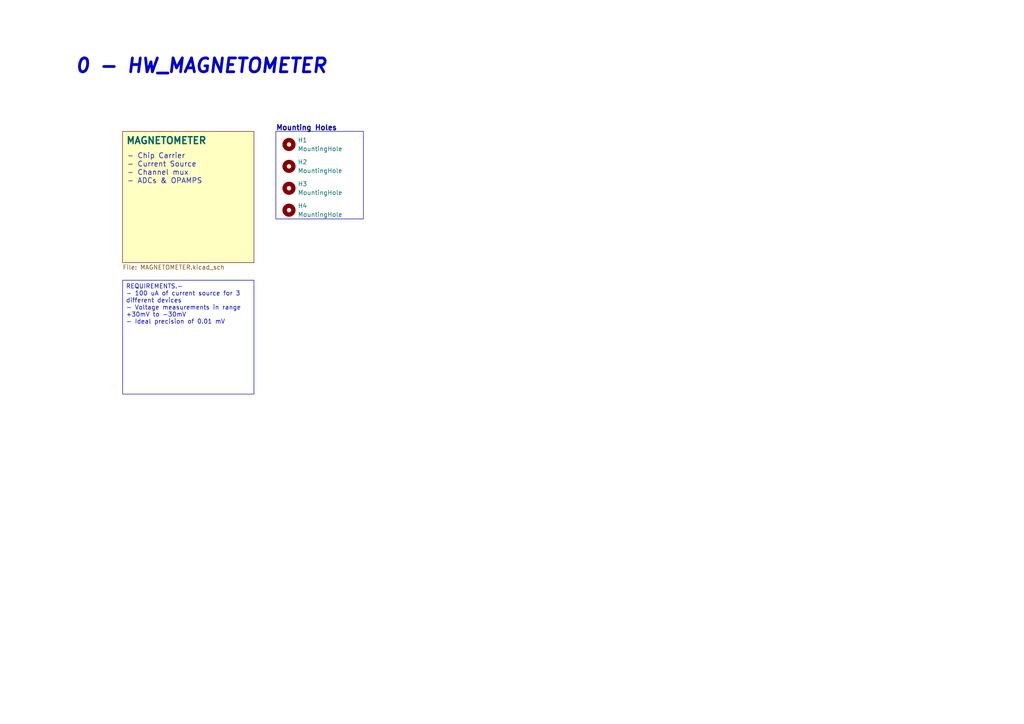
<source format=kicad_sch>
(kicad_sch (version 20231120) (generator "eeschema") (generator_version "8.0")
  (paper "A4")
  (lib_symbols
    (symbol "Mechanical:MountingHole" (pin_names (offset 1.016))
      (property "Reference" "H" (at 0 5.08 0))
      (property "Value" "MountingHole" (at 0 3.175 0))
      (symbol "MountingHole_0_1"
        (circle (center 0 0) (radius 1.27) (stroke (width 1.27)))
      )
    )
  )
  (rectangle (start 80.01 38.1) (end 105.41 63.5))
  (text_box "REQUIREMENTS.-\n- 100 uA of current source for 3 different devices\n- Voltage measurements in range +30mV to -30mV\n- Ideal precision of 0.01 mV" (at 35.56 81.28 0) (size 38.1 33.02) (effects (font (size 1.27 1.27)) (justify left top)))
  (text "- Chip Carrier\n- Current Source\n- Channel mux\n- ADCs & OPAMPS\n " (at 36.83 55.88 0) (effects (font (size 1.5 1.5)) (justify left bottom)))
  (text "Mounting Holes" (at 80.01 38.1 0) (effects (font (size 1.5 1.5) (thickness 0.3) (bold yes)) (justify left bottom)))
  (text "0 - HW_MAGNETOMETER" (at 21.59 21.59 0) (effects (font (size 4 4) (thickness 0.8) (bold yes) (italic yes)) (justify left bottom)))
  (symbol (lib_id "Mechanical:MountingHole") (at 83.82 48.26 0) (unit 1)
    (property "Reference" "H2" (at 86.36 46.9899 0) (effects (justify left)))
    (property "Value" "MountingHole" (at 86.36 49.5299 0) (effects (justify left)))
  )
  (symbol (lib_id "Mechanical:MountingHole") (at 83.82 41.91 0) (unit 1)
    (property "Reference" "H1" (at 86.36 40.6399 0) (effects (justify left)))
    (property "Value" "MountingHole" (at 86.36 43.1799 0) (effects (justify left)))
  )
  (symbol (lib_id "Mechanical:MountingHole") (at 83.82 54.61 0) (unit 1)
    (property "Reference" "H3" (at 86.36 53.3399 0) (effects (justify left)))
    (property "Value" "MountingHole" (at 86.36 55.8799 0) (effects (justify left)))
  )
  (symbol (lib_id "Mechanical:MountingHole") (at 83.82 60.96 0) (unit 1)
    (property "Reference" "H4" (at 86.36 59.6899 0) (effects (justify left)))
    (property "Value" "MountingHole" (at 86.36 62.2299 0) (effects (justify left)))
  )
  (sheet (at 35.56 38.1) (size 38.1 38.1) (stroke (width 0.1524)) (fill (color 255 255 194 1.0000))
    (property "Sheetname" "MAGNETOMETER" (at 48.26 41.91 0) (effects (font (size 2 2) (bold yes)) (justify bottom)))
    (property "Sheetfile" "MAGNETOMETER.kicad_sch" (at 35.56 76.7846 0) (effects (justify left top)))
  )
)
</source>
